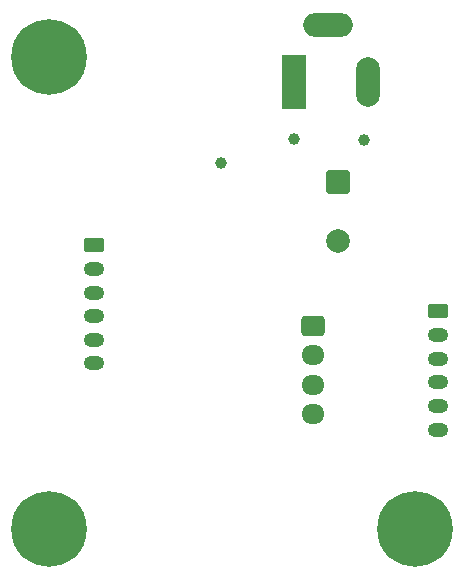
<source format=gbs>
G04 #@! TF.GenerationSoftware,KiCad,Pcbnew,9.0.4*
G04 #@! TF.CreationDate,2025-09-21T20:32:14-07:00*
G04 #@! TF.ProjectId,stepper_juicer_v1,73746570-7065-4725-9f6a-75696365725f,rev?*
G04 #@! TF.SameCoordinates,Original*
G04 #@! TF.FileFunction,Soldermask,Bot*
G04 #@! TF.FilePolarity,Negative*
%FSLAX46Y46*%
G04 Gerber Fmt 4.6, Leading zero omitted, Abs format (unit mm)*
G04 Created by KiCad (PCBNEW 9.0.4) date 2025-09-21 20:32:14*
%MOMM*%
%LPD*%
G01*
G04 APERTURE LIST*
G04 Aperture macros list*
%AMRoundRect*
0 Rectangle with rounded corners*
0 $1 Rounding radius*
0 $2 $3 $4 $5 $6 $7 $8 $9 X,Y pos of 4 corners*
0 Add a 4 corners polygon primitive as box body*
4,1,4,$2,$3,$4,$5,$6,$7,$8,$9,$2,$3,0*
0 Add four circle primitives for the rounded corners*
1,1,$1+$1,$2,$3*
1,1,$1+$1,$4,$5*
1,1,$1+$1,$6,$7*
1,1,$1+$1,$8,$9*
0 Add four rect primitives between the rounded corners*
20,1,$1+$1,$2,$3,$4,$5,0*
20,1,$1+$1,$4,$5,$6,$7,0*
20,1,$1+$1,$6,$7,$8,$9,0*
20,1,$1+$1,$8,$9,$2,$3,0*%
G04 Aperture macros list end*
%ADD10C,6.400000*%
%ADD11R,2.000000X4.600000*%
%ADD12O,2.000000X4.200000*%
%ADD13O,4.200000X2.000000*%
%ADD14O,1.750000X1.200000*%
%ADD15RoundRect,0.250000X-0.625000X0.350000X-0.625000X-0.350000X0.625000X-0.350000X0.625000X0.350000X0*%
%ADD16C,2.000000*%
%ADD17RoundRect,0.250000X-0.750000X0.750000X-0.750000X-0.750000X0.750000X-0.750000X0.750000X0.750000X0*%
%ADD18C,1.000000*%
%ADD19RoundRect,0.250000X-0.725000X0.600000X-0.725000X-0.600000X0.725000X-0.600000X0.725000X0.600000X0*%
%ADD20O,1.950000X1.700000*%
G04 APERTURE END LIST*
D10*
X135500000Y-115000000D03*
D11*
X125250000Y-77100000D03*
D12*
X131550000Y-77100000D03*
D13*
X128150000Y-72300000D03*
D10*
X104500000Y-115000000D03*
D14*
X108350000Y-100950000D03*
X108350000Y-98950000D03*
X108350000Y-96950000D03*
X108350000Y-94950000D03*
X108350000Y-92950000D03*
D15*
X108350000Y-90950000D03*
D10*
X104500000Y-75000000D03*
D16*
X128950000Y-90550000D03*
D17*
X128950000Y-85550000D03*
D14*
X137450000Y-106550000D03*
X137450000Y-104550000D03*
X137450000Y-102550000D03*
X137450000Y-100550000D03*
X137450000Y-98550000D03*
D15*
X137450000Y-96550000D03*
D18*
X119100000Y-83950000D03*
X131150000Y-82050000D03*
X125250000Y-81950000D03*
D19*
X126900000Y-97750000D03*
D20*
X126900000Y-100250000D03*
X126900000Y-102750000D03*
X126900000Y-105250000D03*
M02*

</source>
